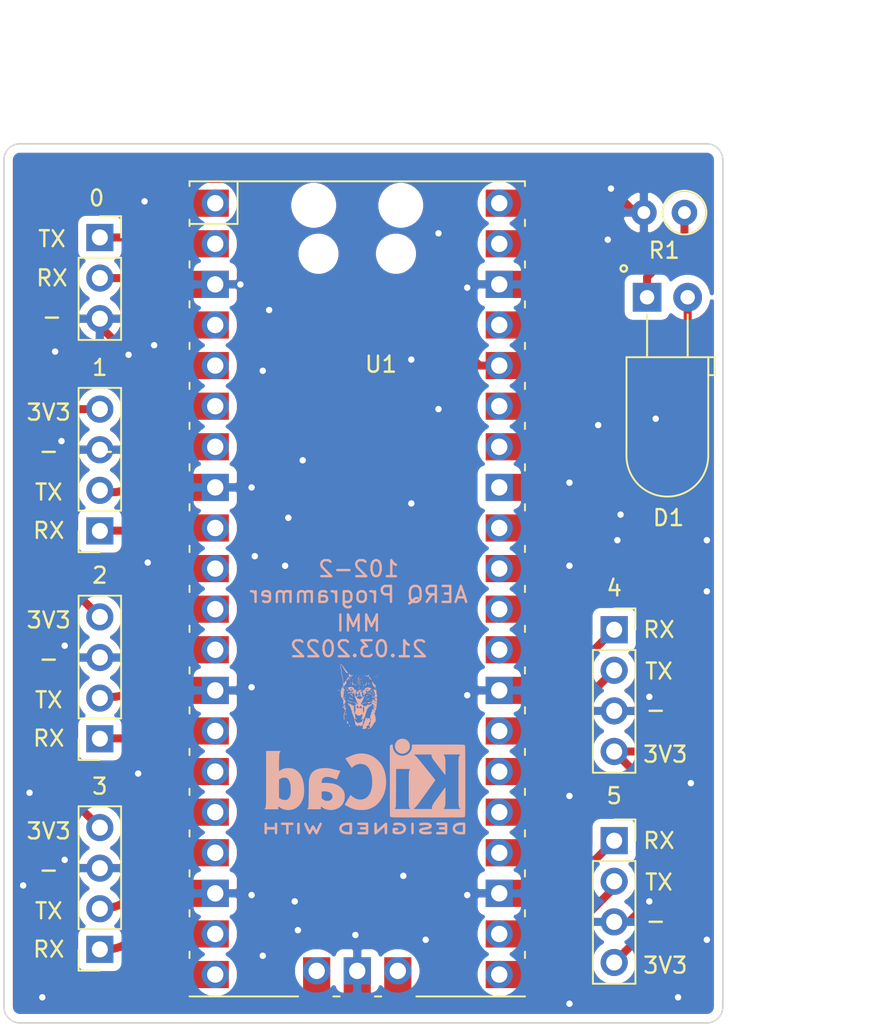
<source format=kicad_pcb>
(kicad_pcb (version 20171130) (host pcbnew "(5.1.10)-1")
  (layers (0 F.Cu signal) (31 B.Cu signal) (34 B.Paste user) (35 F.Paste user) (36 B.SilkS user) (37 F.SilkS user) (38 B.Mask user) (39 F.Mask user) (44 Edge.Cuts user))
  (net 0 "")
  (net 1 "Net-(D1-Pad1)")
  (net 2 GND)
  (net 3 UART0_RX)
  (net 4 UART0_TX)
  (net 5 UART1_TX)
  (net 6 UART1_RX)
  (net 7 "Net-(U1-Pad4)")
  (net 8 "Net-(U1-Pad5)")
  (net 9 "Net-(U1-Pad10)")
  (net 10 "Net-(U1-Pad14)")
  (net 11 "Net-(U1-Pad15)")
  (net 12 "Net-(U1-Pad19)")
  (net 13 "Net-(U1-Pad20)")
  (net 14 "Net-(U1-Pad24)")
  (net 15 "Net-(U1-Pad25)")
  (net 16 "Net-(U1-Pad30)")
  (net 17 "Net-(U1-Pad31)")
  (net 18 "Net-(U1-Pad32)")
  (net 19 "Net-(U1-Pad33)")
  (net 20 "Net-(U1-Pad34)")
  (net 21 "Net-(U1-Pad35)")
  (net 22 "Net-(U1-Pad37)")
  (net 23 "Net-(U1-Pad39)")
  (net 24 "Net-(U1-Pad40)")
  (net 25 "Net-(U1-Pad41)")
  (net 26 "Net-(U1-Pad43)")
  (net 27 "Net-(U1-Pad9)")
  (net 28 +3V3)
  (net 29 "Net-(U1-Pad29)")
  (net 30 UART2_TX)
  (net 31 UART2_RX)
  (net 32 UART3_TX)
  (net 33 UART3_RX)
  (net 34 UART4_TX)
  (net 35 UART4_RX)
  (net 36 UART5_TX)
  (net 37 UART5_RX)
  (module Linx:logo (layer B.Cu) (at 148.2 104.6 180)
    (fp_text reference G*** hide)
    (fp_text value LOGO hide)
  )
  (module Connector_PinSocket_2.54mm:PinSocket_1x04_P2.54mm_Vertical (layer F.Cu) (at 132 120.4 180)
    (fp_text reference UART3 hide)
    (fp_text value Conn_01x04_Female)
    (pad 4 thru_hole oval (at 0 7.62 180) (size 1.7 1.7) (drill 1) (layers *.Cu *.Mask) (net 28 +3V3))
    (pad 3 thru_hole oval (at 0 5.08 180) (size 1.7 1.7) (drill 1) (layers *.Cu *.Mask) (net 2 GND))
    (pad 2 thru_hole oval (at 0 2.54 180) (size 1.7 1.7) (drill 1) (layers *.Cu *.Mask) (net 32 UART3_TX))
    (pad 1 thru_hole rect (at 0 0 180) (size 1.7 1.7) (drill 1) (layers *.Cu *.Mask) (net 33 UART3_RX))
  )
  (module Symbol:KiCad-Logo2_5mm_SilkScreen (layer B.Cu) (at 148.6 110.2 180)
    (fp_text reference REF** hide)
    (fp_text value KiCad-Logo2_5mm_SilkScreen hide)
  )
  (module Resistor_THT:R_Axial_DIN0207_L6.3mm_D2.5mm_P2.54mm_Vertical (layer F.Cu) (at 168.6 74.3 180)
    (fp_text reference R1 (at 1.27 -2.37) (layer F.SilkS))
    (fp_text value R_Small)
    (pad 2 thru_hole oval (at 2.54 0 180) (size 1.6 1.6) (drill 0.8) (layers *.Cu *.Mask) (net 2 GND))
    (pad 1 thru_hole circle (at 0 0 180) (size 1.6 1.6) (drill 0.8) (layers *.Cu *.Mask) (net 1 "Net-(D1-Pad1)"))
  )
  (module Connector_PinSocket_2.54mm:PinSocket_1x04_P2.54mm_Vertical (layer F.Cu) (at 164.2 100.4)
    (fp_text reference UART5 hide)
    (fp_text value Conn_01x04_Female)
    (pad 4 thru_hole oval (at 0 7.62) (size 1.7 1.7) (drill 1) (layers *.Cu *.Mask) (net 28 +3V3))
    (pad 3 thru_hole oval (at 0 5.08) (size 1.7 1.7) (drill 1) (layers *.Cu *.Mask) (net 2 GND))
    (pad 2 thru_hole oval (at 0 2.54) (size 1.7 1.7) (drill 1) (layers *.Cu *.Mask) (net 36 UART5_TX))
    (pad 1 thru_hole rect (at 0 0) (size 1.7 1.7) (drill 1) (layers *.Cu *.Mask) (net 37 UART5_RX))
  )
  (module Connector_PinSocket_2.54mm:PinSocket_1x04_P2.54mm_Vertical (layer F.Cu) (at 164.2 113.6)
    (fp_text reference UART4 hide)
    (fp_text value Conn_01x04_Female)
    (pad 4 thru_hole oval (at 0 7.62) (size 1.7 1.7) (drill 1) (layers *.Cu *.Mask) (net 28 +3V3))
    (pad 3 thru_hole oval (at 0 5.08) (size 1.7 1.7) (drill 1) (layers *.Cu *.Mask) (net 2 GND))
    (pad 2 thru_hole oval (at 0 2.54) (size 1.7 1.7) (drill 1) (layers *.Cu *.Mask) (net 34 UART4_TX))
    (pad 1 thru_hole rect (at 0 0) (size 1.7 1.7) (drill 1) (layers *.Cu *.Mask) (net 35 UART4_RX))
  )
  (module Connector_PinSocket_2.54mm:PinSocket_1x04_P2.54mm_Vertical (layer F.Cu) (at 132 107.22 180)
    (fp_text reference UART2 hide)
    (fp_text value Conn_01x04_Female)
    (pad 4 thru_hole oval (at 0 7.62 180) (size 1.7 1.7) (drill 1) (layers *.Cu *.Mask) (net 28 +3V3))
    (pad 3 thru_hole oval (at 0 5.08 180) (size 1.7 1.7) (drill 1) (layers *.Cu *.Mask) (net 2 GND))
    (pad 2 thru_hole oval (at 0 2.54 180) (size 1.7 1.7) (drill 1) (layers *.Cu *.Mask) (net 30 UART2_TX))
    (pad 1 thru_hole rect (at 0 0 180) (size 1.7 1.7) (drill 1) (layers *.Cu *.Mask) (net 31 UART2_RX))
  )
  (module Connector_PinSocket_2.54mm:PinSocket_1x04_P2.54mm_Vertical (layer F.Cu) (at 132 94.22 180)
    (fp_text reference UART1 hide)
    (fp_text value Conn_01x04_Female)
    (pad 4 thru_hole oval (at 0 7.62 180) (size 1.7 1.7) (drill 1) (layers *.Cu *.Mask) (net 28 +3V3))
    (pad 3 thru_hole oval (at 0 5.08 180) (size 1.7 1.7) (drill 1) (layers *.Cu *.Mask) (net 2 GND))
    (pad 2 thru_hole oval (at 0 2.54 180) (size 1.7 1.7) (drill 1) (layers *.Cu *.Mask) (net 5 UART1_TX))
    (pad 1 thru_hole rect (at 0 0 180) (size 1.7 1.7) (drill 1) (layers *.Cu *.Mask) (net 6 UART1_RX))
  )
  (module mmilibrary:RPi_Pico_SMD_TH (layer F.Cu) (at 148.114999 97.845)
    (fp_text reference U1 (at 1.485001 -14.045) (layer F.SilkS))
    (fp_text value Pico)
    (pad 1 thru_hole oval (at -8.89 -24.13) (size 1.7 1.7) (drill 1.02) (layers *.Cu *.Mask) (net 4 UART0_TX))
    (pad 2 thru_hole oval (at -8.89 -21.59) (size 1.7 1.7) (drill 1.02) (layers *.Cu *.Mask) (net 3 UART0_RX))
    (pad 3 thru_hole rect (at -8.89 -19.05) (size 1.7 1.7) (drill 1.02) (layers *.Cu *.Mask) (net 2 GND))
    (pad 4 thru_hole oval (at -8.89 -16.51) (size 1.7 1.7) (drill 1.02) (layers *.Cu *.Mask) (net 7 "Net-(U1-Pad4)"))
    (pad 5 thru_hole oval (at -8.89 -13.97) (size 1.7 1.7) (drill 1.02) (layers *.Cu *.Mask) (net 8 "Net-(U1-Pad5)"))
    (pad 6 thru_hole oval (at -8.89 -11.43) (size 1.7 1.7) (drill 1.02) (layers *.Cu *.Mask) (net 5 UART1_TX))
    (pad 7 thru_hole oval (at -8.89 -8.89) (size 1.7 1.7) (drill 1.02) (layers *.Cu *.Mask) (net 6 UART1_RX))
    (pad 8 thru_hole rect (at -8.89 -6.35) (size 1.7 1.7) (drill 1.02) (layers *.Cu *.Mask) (net 2 GND))
    (pad 9 thru_hole oval (at -8.89 -3.81) (size 1.7 1.7) (drill 1.02) (layers *.Cu *.Mask) (net 27 "Net-(U1-Pad9)"))
    (pad 10 thru_hole oval (at -8.89 -1.27) (size 1.7 1.7) (drill 1.02) (layers *.Cu *.Mask) (net 9 "Net-(U1-Pad10)"))
    (pad 11 thru_hole oval (at -8.89 1.27) (size 1.7 1.7) (drill 1.02) (layers *.Cu *.Mask) (net 30 UART2_TX))
    (pad 12 thru_hole oval (at -8.89 3.81) (size 1.7 1.7) (drill 1.02) (layers *.Cu *.Mask) (net 31 UART2_RX))
    (pad 13 thru_hole rect (at -8.89 6.35) (size 1.7 1.7) (drill 1.02) (layers *.Cu *.Mask) (net 2 GND))
    (pad 14 thru_hole oval (at -8.89 8.89) (size 1.7 1.7) (drill 1.02) (layers *.Cu *.Mask) (net 10 "Net-(U1-Pad14)"))
    (pad 15 thru_hole oval (at -8.89 11.43) (size 1.7 1.7) (drill 1.02) (layers *.Cu *.Mask) (net 11 "Net-(U1-Pad15)"))
    (pad 16 thru_hole oval (at -8.89 13.97) (size 1.7 1.7) (drill 1.02) (layers *.Cu *.Mask) (net 32 UART3_TX))
    (pad 17 thru_hole oval (at -8.89 16.51) (size 1.7 1.7) (drill 1.02) (layers *.Cu *.Mask) (net 33 UART3_RX))
    (pad 18 thru_hole rect (at -8.89 19.05) (size 1.7 1.7) (drill 1.02) (layers *.Cu *.Mask) (net 2 GND))
    (pad 19 thru_hole oval (at -8.89 21.59) (size 1.7 1.7) (drill 1.02) (layers *.Cu *.Mask) (net 12 "Net-(U1-Pad19)"))
    (pad 20 thru_hole oval (at -8.89 24.13) (size 1.7 1.7) (drill 1.02) (layers *.Cu *.Mask) (net 13 "Net-(U1-Pad20)"))
    (pad 21 thru_hole oval (at 8.89 24.13) (size 1.7 1.7) (drill 1.02) (layers *.Cu *.Mask) (net 34 UART4_TX))
    (pad 22 thru_hole oval (at 8.89 21.59) (size 1.7 1.7) (drill 1.02) (layers *.Cu *.Mask) (net 35 UART4_RX))
    (pad 23 thru_hole rect (at 8.89 19.05) (size 1.7 1.7) (drill 1.02) (layers *.Cu *.Mask) (net 2 GND))
    (pad 24 thru_hole oval (at 8.89 16.51) (size 1.7 1.7) (drill 1.02) (layers *.Cu *.Mask) (net 14 "Net-(U1-Pad24)"))
    (pad 25 thru_hole oval (at 8.89 13.97) (size 1.7 1.7) (drill 1.02) (layers *.Cu *.Mask) (net 15 "Net-(U1-Pad25)"))
    (pad 26 thru_hole oval (at 8.89 11.43) (size 1.7 1.7) (drill 1.02) (layers *.Cu *.Mask) (net 36 UART5_TX))
    (pad 27 thru_hole oval (at 8.89 8.89) (size 1.7 1.7) (drill 1.02) (layers *.Cu *.Mask) (net 37 UART5_RX))
    (pad 28 thru_hole rect (at 8.89 6.35) (size 1.7 1.7) (drill 1.02) (layers *.Cu *.Mask) (net 2 GND))
    (pad 29 thru_hole oval (at 8.89 3.81) (size 1.7 1.7) (drill 1.02) (layers *.Cu *.Mask) (net 29 "Net-(U1-Pad29)"))
    (pad 30 thru_hole oval (at 8.89 1.27) (size 1.7 1.7) (drill 1.02) (layers *.Cu *.Mask) (net 16 "Net-(U1-Pad30)"))
    (pad 31 thru_hole oval (at 8.89 -1.27) (size 1.7 1.7) (drill 1.02) (layers *.Cu *.Mask) (net 17 "Net-(U1-Pad31)"))
    (pad 32 thru_hole oval (at 8.89 -3.81) (size 1.7 1.7) (drill 1.02) (layers *.Cu *.Mask) (net 18 "Net-(U1-Pad32)"))
    (pad 33 thru_hole rect (at 8.89 -6.35) (size 1.7 1.7) (drill 1.02) (layers *.Cu *.Mask) (net 19 "Net-(U1-Pad33)"))
    (pad 34 thru_hole oval (at 8.89 -8.89) (size 1.7 1.7) (drill 1.02) (layers *.Cu *.Mask) (net 20 "Net-(U1-Pad34)"))
    (pad 35 thru_hole oval (at 8.89 -11.43) (size 1.7 1.7) (drill 1.02) (layers *.Cu *.Mask) (net 21 "Net-(U1-Pad35)"))
    (pad 36 thru_hole oval (at 8.89 -13.97) (size 1.7 1.7) (drill 1.02) (layers *.Cu *.Mask) (net 28 +3V3))
    (pad 37 thru_hole oval (at 8.89 -16.51) (size 1.7 1.7) (drill 1.02) (layers *.Cu *.Mask) (net 22 "Net-(U1-Pad37)"))
    (pad 38 thru_hole rect (at 8.89 -19.05) (size 1.7 1.7) (drill 1.02) (layers *.Cu *.Mask) (net 2 GND))
    (pad 39 thru_hole oval (at 8.89 -21.59) (size 1.7 1.7) (drill 1.02) (layers *.Cu *.Mask) (net 23 "Net-(U1-Pad39)"))
    (pad 40 thru_hole oval (at 8.89 -24.13) (size 1.7 1.7) (drill 1.02) (layers *.Cu *.Mask) (net 24 "Net-(U1-Pad40)"))
    (pad 1 smd rect (at -8.89 -24.13) (size 3.5 1.7) (drill (offset -0.9 0)) (layers F.Cu F.Mask) (net 4 UART0_TX))
    (pad 2 smd rect (at -8.89 -21.59) (size 3.5 1.7) (drill (offset -0.9 0)) (layers F.Cu F.Mask) (net 3 UART0_RX))
    (pad 3 smd rect (at -8.89 -19.05) (size 3.5 1.7) (drill (offset -0.9 0)) (layers F.Cu F.Mask) (net 2 GND))
    (pad 4 smd rect (at -8.89 -16.51) (size 3.5 1.7) (drill (offset -0.9 0)) (layers F.Cu F.Mask) (net 7 "Net-(U1-Pad4)"))
    (pad 5 smd rect (at -8.89 -13.97) (size 3.5 1.7) (drill (offset -0.9 0)) (layers F.Cu F.Mask) (net 8 "Net-(U1-Pad5)"))
    (pad 6 smd rect (at -8.89 -11.43) (size 3.5 1.7) (drill (offset -0.9 0)) (layers F.Cu F.Mask) (net 5 UART1_TX))
    (pad 7 smd rect (at -8.89 -8.89) (size 3.5 1.7) (drill (offset -0.9 0)) (layers F.Cu F.Mask) (net 6 UART1_RX))
    (pad 8 smd rect (at -8.89 -6.35) (size 3.5 1.7) (drill (offset -0.9 0)) (layers F.Cu F.Mask) (net 2 GND))
    (pad 9 smd rect (at -8.89 -3.81) (size 3.5 1.7) (drill (offset -0.9 0)) (layers F.Cu F.Mask) (net 27 "Net-(U1-Pad9)"))
    (pad 10 smd rect (at -8.89 -1.27) (size 3.5 1.7) (drill (offset -0.9 0)) (layers F.Cu F.Mask) (net 9 "Net-(U1-Pad10)"))
    (pad 11 smd rect (at -8.89 1.27) (size 3.5 1.7) (drill (offset -0.9 0)) (layers F.Cu F.Mask) (net 30 UART2_TX))
    (pad 12 smd rect (at -8.89 3.81) (size 3.5 1.7) (drill (offset -0.9 0)) (layers F.Cu F.Mask) (net 31 UART2_RX))
    (pad 13 smd rect (at -8.89 6.35) (size 3.5 1.7) (drill (offset -0.9 0)) (layers F.Cu F.Mask) (net 2 GND))
    (pad 14 smd rect (at -8.89 8.89) (size 3.5 1.7) (drill (offset -0.9 0)) (layers F.Cu F.Mask) (net 10 "Net-(U1-Pad14)"))
    (pad 15 smd rect (at -8.89 11.43) (size 3.5 1.7) (drill (offset -0.9 0)) (layers F.Cu F.Mask) (net 11 "Net-(U1-Pad15)"))
    (pad 16 smd rect (at -8.89 13.97) (size 3.5 1.7) (drill (offset -0.9 0)) (layers F.Cu F.Mask) (net 32 UART3_TX))
    (pad 17 smd rect (at -8.89 16.51) (size 3.5 1.7) (drill (offset -0.9 0)) (layers F.Cu F.Mask) (net 33 UART3_RX))
    (pad 18 smd rect (at -8.89 19.05) (size 3.5 1.7) (drill (offset -0.9 0)) (layers F.Cu F.Mask) (net 2 GND))
    (pad 19 smd rect (at -8.89 21.59) (size 3.5 1.7) (drill (offset -0.9 0)) (layers F.Cu F.Mask) (net 12 "Net-(U1-Pad19)"))
    (pad 20 smd rect (at -8.89 24.13) (size 3.5 1.7) (drill (offset -0.9 0)) (layers F.Cu F.Mask) (net 13 "Net-(U1-Pad20)"))
    (pad 40 smd rect (at 8.89 -24.13) (size 3.5 1.7) (drill (offset 0.9 0)) (layers F.Cu F.Mask) (net 24 "Net-(U1-Pad40)"))
    (pad 39 smd rect (at 8.89 -21.59) (size 3.5 1.7) (drill (offset 0.9 0)) (layers F.Cu F.Mask) (net 23 "Net-(U1-Pad39)"))
    (pad 38 smd rect (at 8.89 -19.05) (size 3.5 1.7) (drill (offset 0.9 0)) (layers F.Cu F.Mask) (net 2 GND))
    (pad 37 smd rect (at 8.89 -16.51) (size 3.5 1.7) (drill (offset 0.9 0)) (layers F.Cu F.Mask) (net 22 "Net-(U1-Pad37)"))
    (pad 36 smd rect (at 8.89 -13.97) (size 3.5 1.7) (drill (offset 0.9 0)) (layers F.Cu F.Mask) (net 28 +3V3))
    (pad 35 smd rect (at 8.89 -11.43) (size 3.5 1.7) (drill (offset 0.9 0)) (layers F.Cu F.Mask) (net 21 "Net-(U1-Pad35)"))
    (pad 34 smd rect (at 8.89 -8.89) (size 3.5 1.7) (drill (offset 0.9 0)) (layers F.Cu F.Mask) (net 20 "Net-(U1-Pad34)"))
    (pad 33 smd rect (at 8.89 -6.35) (size 3.5 1.7) (drill (offset 0.9 0)) (layers F.Cu F.Mask) (net 19 "Net-(U1-Pad33)"))
    (pad 32 smd rect (at 8.89 -3.81) (size 3.5 1.7) (drill (offset 0.9 0)) (layers F.Cu F.Mask) (net 18 "Net-(U1-Pad32)"))
    (pad 31 smd rect (at 8.89 -1.27) (size 3.5 1.7) (drill (offset 0.9 0)) (layers F.Cu F.Mask) (net 17 "Net-(U1-Pad31)"))
    (pad 30 smd rect (at 8.89 1.27) (size 3.5 1.7) (drill (offset 0.9 0)) (layers F.Cu F.Mask) (net 16 "Net-(U1-Pad30)"))
    (pad 29 smd rect (at 8.89 3.81) (size 3.5 1.7) (drill (offset 0.9 0)) (layers F.Cu F.Mask) (net 29 "Net-(U1-Pad29)"))
    (pad 28 smd rect (at 8.89 6.35) (size 3.5 1.7) (drill (offset 0.9 0)) (layers F.Cu F.Mask) (net 2 GND))
    (pad 27 smd rect (at 8.89 8.89) (size 3.5 1.7) (drill (offset 0.9 0)) (layers F.Cu F.Mask) (net 37 UART5_RX))
    (pad 26 smd rect (at 8.89 11.43) (size 3.5 1.7) (drill (offset 0.9 0)) (layers F.Cu F.Mask) (net 36 UART5_TX))
    (pad 25 smd rect (at 8.89 13.97) (size 3.5 1.7) (drill (offset 0.9 0)) (layers F.Cu F.Mask) (net 15 "Net-(U1-Pad25)"))
    (pad 24 smd rect (at 8.89 16.51) (size 3.5 1.7) (drill (offset 0.9 0)) (layers F.Cu F.Mask) (net 14 "Net-(U1-Pad24)"))
    (pad 23 smd rect (at 8.89 19.05) (size 3.5 1.7) (drill (offset 0.9 0)) (layers F.Cu F.Mask) (net 2 GND))
    (pad 22 smd rect (at 8.89 21.59) (size 3.5 1.7) (drill (offset 0.9 0)) (layers F.Cu F.Mask) (net 35 UART4_RX))
    (pad 21 smd rect (at 8.89 24.13) (size 3.5 1.7) (drill (offset 0.9 0)) (layers F.Cu F.Mask) (net 34 UART4_TX))
    (pad "" np_thru_hole oval (at -2.725 -24) (size 1.8 1.8) (drill 1.8) (layers *.Cu *.Mask))
    (pad "" np_thru_hole oval (at 2.725 -24) (size 1.8 1.8) (drill 1.8) (layers *.Cu *.Mask))
    (pad "" np_thru_hole oval (at -2.425 -20.97) (size 1.5 1.5) (drill 1.5) (layers *.Cu *.Mask))
    (pad "" np_thru_hole oval (at 2.425 -20.97) (size 1.5 1.5) (drill 1.5) (layers *.Cu *.Mask))
    (pad 41 smd rect (at -2.54 23.9 90) (size 3.5 1.7) (drill (offset -0.9 0)) (layers F.Cu F.Mask) (net 25 "Net-(U1-Pad41)"))
    (pad 41 thru_hole oval (at -2.54 23.9) (size 1.7 1.7) (drill 1.02) (layers *.Cu *.Mask) (net 25 "Net-(U1-Pad41)"))
    (pad 42 smd rect (at 0 23.9 90) (size 3.5 1.7) (drill (offset -0.9 0)) (layers F.Cu F.Mask) (net 2 GND))
    (pad 42 thru_hole rect (at 0 23.9) (size 1.7 1.7) (drill 1.02) (layers *.Cu *.Mask) (net 2 GND))
    (pad 43 smd rect (at 2.54 23.9 90) (size 3.5 1.7) (drill (offset -0.9 0)) (layers F.Cu F.Mask) (net 26 "Net-(U1-Pad43)"))
    (pad 43 thru_hole oval (at 2.54 23.9) (size 1.7 1.7) (drill 1.02) (layers *.Cu *.Mask) (net 26 "Net-(U1-Pad43)"))
  )
  (module Connector_PinSocket_2.54mm:PinSocket_1x03_P2.54mm_Vertical (layer F.Cu) (at 132 75.86)
    (fp_text reference UART0 hide)
    (fp_text value Conn_01x03_Female)
    (pad 3 thru_hole oval (at 0 5.08) (size 1.7 1.7) (drill 1) (layers *.Cu *.Mask) (net 2 GND))
    (pad 2 thru_hole oval (at 0 2.54) (size 1.7 1.7) (drill 1) (layers *.Cu *.Mask) (net 3 UART0_RX))
    (pad 1 thru_hole rect (at 0 0) (size 1.7 1.7) (drill 1) (layers *.Cu *.Mask) (net 4 UART0_TX))
  )
  (module LED_THT:LED_D5.0mm_Horizontal_O3.81mm_Z3.0mm (layer F.Cu) (at 166.26 79.6)
    (fp_text reference D1 (at 1.34 13.8 180) (layer F.SilkS))
    (fp_text value LED_Small)
    (pad 2 thru_hole circle (at 2.54 0) (size 1.8 1.8) (drill 0.9) (layers *.Cu *.Mask) (net 28 +3V3))
    (pad 1 thru_hole rect (at 0 0) (size 1.8 1.8) (drill 0.9) (layers *.Cu *.Mask) (net 1 "Net-(D1-Pad1)"))
  )
  (gr_line (start 171 124) (end 171 71) (layer Edge.Cuts) (width 0.1))
  (gr_line (start 170 125) (end 127 125) (layer Edge.Cuts) (width 0.1))
  (gr_line (start 127 70) (end 170 70) (layer Edge.Cuts) (width 0.1))
  (gr_line (start 126 124) (end 126 71) (layer Edge.Cuts) (width 0.1))
  (gr_arc (start 127 124) (end 126 124) (angle -90) (layer Edge.Cuts) (width 0.1))
  (gr_arc (start 170 124) (end 170 125) (angle -90) (layer Edge.Cuts) (width 0.1))
  (gr_arc (start 170 71) (end 171 71) (angle -90) (layer Edge.Cuts) (width 0.1))
  (gr_arc (start 127 71) (end 127 70) (angle -90) (layer Edge.Cuts) (width 0.1))
  (gr_text 5 (at 164.2 110.8) (layer F.SilkS) (effects (font (size 1 1))))
  (gr_text 4 (at 164.2 97.8) (layer F.SilkS) (effects (font (size 1 1))))
  (gr_text 3 (at 132 110.2) (layer F.SilkS) (effects (font (size 1 1))))
  (gr_text 2 (at 132 97) (layer F.SilkS) (effects (font (size 1 1))))
  (gr_text 1 (at 132 84) (layer F.SilkS) (effects (font (size 1 1))))
  (gr_text 0 (at 131.8 73.4) (layer F.SilkS) (effects (font (size 1 1))))
  (gr_text "MMI\n21.03.2022\n" (at 148.2 100.8) (layer B.SilkS) (effects (font (size 1 1)) (justify mirror)))
  (gr_text "102-2\nAERQ Programmer\n" (at 148.2 97.4) (layer B.SilkS) (effects (font (size 1 1)) (justify mirror)))
  (gr_circle (center 164.8 77.8) (end 165 77.8) (layer F.SilkS) (width 0.15))
  (gr_text RX (at 167 100.4) (layer F.SilkS) (effects (font (size 1 1))))
  (gr_text TX (at 167 103) (layer F.SilkS) (effects (font (size 1 1))))
  (gr_text 3V3 (at 167.4 108.2) (layer F.SilkS) (effects (font (size 1 1))))
  (gr_text - (at 166.8 105.4) (layer F.SilkS) (effects (font (size 1 1))))
  (gr_text - (at 166.8 118.6) (layer F.SilkS) (effects (font (size 1 1))))
  (gr_text RX (at 167 113.6) (layer F.SilkS) (effects (font (size 1 1))))
  (gr_text TX (at 167 116.2) (layer F.SilkS) (effects (font (size 1 1))))
  (gr_text 3V3 (at 167.4 121.4) (layer F.SilkS) (effects (font (size 1 1))))
  (gr_text - (at 128.8 115.4) (layer F.SilkS) (effects (font (size 1 1))))
  (gr_text RX (at 128.8 120.4) (layer F.SilkS) (effects (font (size 1 1))))
  (gr_text TX (at 128.8 118) (layer F.SilkS) (effects (font (size 1 1))))
  (gr_text 3V3 (at 128.8 113) (layer F.SilkS) (effects (font (size 1 1))))
  (gr_text - (at 128.8 102.2) (layer F.SilkS) (effects (font (size 1 1))))
  (gr_text RX (at 128.8 107.2) (layer F.SilkS) (effects (font (size 1 1))))
  (gr_text TX (at 128.8 104.8) (layer F.SilkS) (effects (font (size 1 1))))
  (gr_text 3V3 (at 128.8 99.8) (layer F.SilkS) (effects (font (size 1 1))))
  (gr_text - (at 128.8 89.2) (layer F.SilkS) (effects (font (size 1 1))))
  (gr_text RX (at 128.8 94.2) (layer F.SilkS) (effects (font (size 1 1))))
  (gr_text TX (at 128.8 91.8) (layer F.SilkS) (effects (font (size 1 1))))
  (gr_text RX (at 129 78.4) (layer F.SilkS) (effects (font (size 1 1))))
  (gr_text - (at 129 80.8) (layer F.SilkS) (effects (font (size 1 1))))
  (gr_text - (at 132.3 89.2) (layer F.SilkS) (effects (font (size 1 1))))
  (gr_text 3V3 (at 128.8 86.8) (layer F.SilkS) (effects (font (size 1 1))))
  (gr_text TX (at 129 75.95) (layer F.SilkS) (effects (font (size 1 1))))
  (segment (start 166.26 79.6) (end 166.26 78.34) (width 0.5) (layer F.Cu) (net 1))
  (segment (start 168.6 76) (end 168.6 74.3) (width 0.5) (layer F.Cu) (net 1))
  (segment (start 166.26 78.34) (end 168.6 76) (width 0.5) (layer F.Cu) (net 1))
  (via (at 141.5 91.5) (size 0.8) (drill 0.4) (layers F.Cu B.Cu) (net 2))
  (via (at 141.5 117) (size 0.8) (drill 0.4) (layers F.Cu B.Cu) (net 2))
  (via (at 148 119.5) (size 0.8) (drill 0.4) (layers F.Cu B.Cu) (net 2))
  (via (at 155 117) (size 0.8) (drill 0.4) (layers F.Cu B.Cu) (net 2))
  (via (at 155 104.5) (size 0.8) (drill 0.4) (layers F.Cu B.Cu) (net 2))
  (via (at 155 79) (size 0.8) (drill 0.4) (layers F.Cu B.Cu) (net 2))
  (segment (start 155.205 78.795) (end 155 79) (width 0.5) (layer F.Cu) (net 2))
  (segment (start 157.004999 78.795) (end 155.205 78.795) (width 0.5) (layer F.Cu) (net 2))
  (segment (start 141.495 91.495) (end 141.5 91.5) (width 0.5) (layer F.Cu) (net 2))
  (segment (start 139.224999 91.495) (end 141.495 91.495) (width 0.5) (layer F.Cu) (net 2))
  (via (at 141.5 104) (size 0.8) (drill 0.4) (layers F.Cu B.Cu) (net 2))
  (segment (start 141.305 104.195) (end 141.5 104) (width 0.5) (layer F.Cu) (net 2))
  (segment (start 139.224999 104.195) (end 141.305 104.195) (width 0.5) (layer F.Cu) (net 2))
  (segment (start 141.395 116.895) (end 141.5 117) (width 0.5) (layer F.Cu) (net 2))
  (segment (start 139.224999 116.895) (end 141.395 116.895) (width 0.5) (layer F.Cu) (net 2))
  (segment (start 148.114999 119.614999) (end 148 119.5) (width 0.5) (layer F.Cu) (net 2))
  (segment (start 148.114999 121.745) (end 148.114999 119.614999) (width 0.5) (layer F.Cu) (net 2))
  (segment (start 155.105 116.895) (end 155 117) (width 0.5) (layer F.Cu) (net 2))
  (segment (start 157.004999 116.895) (end 155.105 116.895) (width 0.5) (layer F.Cu) (net 2))
  (segment (start 155.305 104.195) (end 155 104.5) (width 0.5) (layer F.Cu) (net 2))
  (segment (start 157.004999 104.195) (end 155.305 104.195) (width 0.5) (layer F.Cu) (net 2))
  (via (at 140.8 78.8) (size 0.8) (drill 0.4) (layers F.Cu B.Cu) (net 2))
  (via (at 153.2 86.6) (size 0.8) (drill 0.4) (layers F.Cu B.Cu) (net 2))
  (via (at 152.4 119.8) (size 0.8) (drill 0.4) (layers F.Cu B.Cu) (net 2))
  (via (at 141.7 95.8) (size 0.8) (drill 0.4) (layers F.Cu B.Cu) (net 2))
  (via (at 153.2 75.6) (size 0.8) (drill 0.4) (layers F.Cu B.Cu) (net 2))
  (via (at 144.2 117.4) (size 0.8) (drill 0.4) (layers F.Cu B.Cu) (net 2))
  (via (at 142.2 120.8) (size 0.8) (drill 0.4) (layers F.Cu B.Cu) (net 2))
  (via (at 151.5 83.5) (size 0.8) (drill 0.4) (layers F.Cu B.Cu) (net 2))
  (via (at 151.5 92.5) (size 0.8) (drill 0.4) (layers F.Cu B.Cu) (net 2))
  (via (at 143.8 93.4) (size 0.8) (drill 0.4) (layers F.Cu B.Cu) (net 2))
  (via (at 142.2 84.2) (size 0.8) (drill 0.4) (layers F.Cu B.Cu) (net 2))
  (via (at 144.4 119.2) (size 0.8) (drill 0.4) (layers F.Cu B.Cu) (net 2))
  (via (at 151 115.8) (size 0.8) (drill 0.4) (layers F.Cu B.Cu) (net 2))
  (segment (start 140.795 78.795) (end 140.8 78.8) (width 0.5) (layer F.Cu) (net 2))
  (segment (start 139.224999 78.795) (end 140.795 78.795) (width 0.5) (layer F.Cu) (net 2))
  (via (at 144.7 89.8) (size 0.8) (drill 0.4) (layers F.Cu B.Cu) (net 2))
  (via (at 143.6 96.4) (size 0.8) (drill 0.4) (layers F.Cu B.Cu) (net 2))
  (via (at 166.4 104.6) (size 0.8) (drill 0.4) (layers F.Cu B.Cu) (net 2))
  (segment (start 165.52 105.48) (end 166.4 104.6) (width 0.5) (layer F.Cu) (net 2))
  (segment (start 164.2 105.48) (end 165.52 105.48) (width 0.5) (layer F.Cu) (net 2))
  (via (at 166.4 117.4) (size 0.8) (drill 0.4) (layers F.Cu B.Cu) (net 2))
  (segment (start 165.12 118.68) (end 166.4 117.4) (width 0.5) (layer F.Cu) (net 2))
  (segment (start 164.2 118.68) (end 165.12 118.68) (width 0.5) (layer F.Cu) (net 2))
  (via (at 129.8 114.8) (size 0.8) (drill 0.4) (layers F.Cu B.Cu) (net 2))
  (segment (start 130.32 115.32) (end 129.8 114.8) (width 0.5) (layer F.Cu) (net 2))
  (segment (start 132 115.32) (end 130.32 115.32) (width 0.5) (layer F.Cu) (net 2))
  (via (at 129.8 101.4) (size 0.8) (drill 0.4) (layers F.Cu B.Cu) (net 2))
  (segment (start 130.54 102.14) (end 129.8 101.4) (width 0.5) (layer F.Cu) (net 2))
  (segment (start 132 102.14) (end 130.54 102.14) (width 0.5) (layer F.Cu) (net 2))
  (via (at 129.6 88.6) (size 0.8) (drill 0.4) (layers F.Cu B.Cu) (net 2))
  (segment (start 130.14 89.14) (end 129.6 88.6) (width 0.5) (layer F.Cu) (net 2))
  (segment (start 132 89.14) (end 130.14 89.14) (width 0.5) (layer F.Cu) (net 2))
  (via (at 133.8 83.2) (size 0.8) (drill 0.4) (layers F.Cu B.Cu) (net 2))
  (via (at 164.4 94.8) (size 0.8) (drill 0.4) (layers F.Cu B.Cu) (net 2))
  (via (at 170 94.8) (size 0.8) (drill 0.4) (layers F.Cu B.Cu) (net 2))
  (via (at 170 98) (size 0.8) (drill 0.4) (layers F.Cu B.Cu) (net 2))
  (via (at 169 110) (size 0.8) (drill 0.4) (layers F.Cu B.Cu) (net 2))
  (via (at 170 119.8) (size 0.8) (drill 0.4) (layers F.Cu B.Cu) (net 2))
  (via (at 127.6 110.6) (size 0.8) (drill 0.4) (layers F.Cu B.Cu) (net 2))
  (via (at 129.2 83) (size 0.8) (drill 0.4) (layers F.Cu B.Cu) (net 2))
  (via (at 142.6 80.4) (size 0.8) (drill 0.4) (layers F.Cu B.Cu) (net 2))
  (via (at 163.2 87.6) (size 0.8) (drill 0.4) (layers F.Cu B.Cu) (net 2))
  (via (at 166.8 87.2) (size 0.8) (drill 0.4) (layers F.Cu B.Cu) (net 2))
  (via (at 163.8 76) (size 0.8) (drill 0.4) (layers F.Cu B.Cu) (net 2))
  (via (at 164 72.8) (size 0.8) (drill 0.4) (layers F.Cu B.Cu) (net 2))
  (segment (start 165.5 74.3) (end 164 72.8) (width 0.5) (layer F.Cu) (net 2))
  (segment (start 166.06 74.3) (end 165.5 74.3) (width 0.5) (layer F.Cu) (net 2))
  (via (at 168.2 123.4) (size 0.8) (drill 0.4) (layers F.Cu B.Cu) (net 2))
  (via (at 161.4 123.8) (size 0.8) (drill 0.4) (layers F.Cu B.Cu) (net 2))
  (via (at 161.4 110.8) (size 0.8) (drill 0.4) (layers F.Cu B.Cu) (net 2))
  (via (at 161.4 96.4) (size 0.8) (drill 0.4) (layers F.Cu B.Cu) (net 2))
  (via (at 161.4 91.2) (size 0.8) (drill 0.4) (layers F.Cu B.Cu) (net 2))
  (via (at 135 96.2) (size 0.8) (drill 0.4) (layers F.Cu B.Cu) (net 2))
  (via (at 135.4 82.6) (size 0.8) (drill 0.4) (layers F.Cu B.Cu) (net 2))
  (via (at 134.8 73.6) (size 0.8) (drill 0.4) (layers F.Cu B.Cu) (net 2))
  (via (at 134.4 109.4) (size 0.8) (drill 0.4) (layers F.Cu B.Cu) (net 2))
  (via (at 127.2 116.4) (size 0.8) (drill 0.4) (layers F.Cu B.Cu) (net 2))
  (via (at 164.6 93.2) (size 0.8) (drill 0.4) (layers F.Cu B.Cu) (net 2))
  (segment (start 132 81.4) (end 133.8 83.2) (width 0.5) (layer F.Cu) (net 2))
  (segment (start 132 80.94) (end 132 81.4) (width 0.5) (layer F.Cu) (net 2))
  (via (at 128.4 123.4) (size 0.8) (drill 0.4) (layers F.Cu B.Cu) (net 2))
  (segment (start 135.309997 78.4) (end 132 78.4) (width 0.5) (layer F.Cu) (net 3))
  (segment (start 137.454997 76.255) (end 135.309997 78.4) (width 0.5) (layer F.Cu) (net 3))
  (segment (start 139.224999 76.255) (end 137.454997 76.255) (width 0.5) (layer F.Cu) (net 3))
  (segment (start 139.224999 73.715) (end 137.285 73.715) (width 0.5) (layer F.Cu) (net 4))
  (segment (start 135.14 75.86) (end 132 75.86) (width 0.5) (layer F.Cu) (net 4))
  (segment (start 137.285 73.715) (end 135.14 75.86) (width 0.5) (layer F.Cu) (net 4))
  (segment (start 132.189997 91.68) (end 132 91.68) (width 0.5) (layer F.Cu) (net 5))
  (segment (start 138.454997 86.415) (end 138.336537 86.417907) (width 0.5) (layer F.Cu) (net 5))
  (segment (start 139.039999 86.6) (end 139.224999 86.415) (width 0.5) (layer F.Cu) (net 5))
  (segment (start 134.790369 89.996034) (end 134.8 89.8) (width 0.5) (layer F.Cu) (net 5))
  (segment (start 134.76157 90.19018) (end 134.790369 89.996034) (width 0.5) (layer F.Cu) (net 5))
  (segment (start 134.71388 90.380569) (end 134.76157 90.19018) (width 0.5) (layer F.Cu) (net 5))
  (segment (start 134.647759 90.565366) (end 134.71388 90.380569) (width 0.5) (layer F.Cu) (net 5))
  (segment (start 134.563842 90.742793) (end 134.647759 90.565366) (width 0.5) (layer F.Cu) (net 5))
  (segment (start 132.12 91.8) (end 132.8 91.8) (width 0.5) (layer F.Cu) (net 5))
  (segment (start 134.214213 91.214213) (end 134.34602 91.068786) (width 0.5) (layer F.Cu) (net 5))
  (segment (start 132.996034 91.790369) (end 133.19018 91.76157) (width 0.5) (layer F.Cu) (net 5))
  (segment (start 133.19018 91.76157) (end 133.380569 91.71388) (width 0.5) (layer F.Cu) (net 5))
  (segment (start 133.742793 91.563842) (end 133.91114 91.462939) (width 0.5) (layer F.Cu) (net 5))
  (segment (start 132.8 91.8) (end 132.996034 91.790369) (width 0.5) (layer F.Cu) (net 5))
  (segment (start 133.91114 91.462939) (end 134.068786 91.34602) (width 0.5) (layer F.Cu) (net 5))
  (segment (start 133.380569 91.71388) (end 133.565366 91.647759) (width 0.5) (layer F.Cu) (net 5))
  (segment (start 133.565366 91.647759) (end 133.742793 91.563842) (width 0.5) (layer F.Cu) (net 5))
  (segment (start 134.068786 91.34602) (end 134.214213 91.214213) (width 0.5) (layer F.Cu) (net 5))
  (segment (start 132 91.68) (end 132.12 91.8) (width 0.5) (layer F.Cu) (net 5))
  (segment (start 134.34602 91.068786) (end 134.462939 90.91114) (width 0.5) (layer F.Cu) (net 5))
  (segment (start 134.462939 90.91114) (end 134.563842 90.742793) (width 0.5) (layer F.Cu) (net 5))
  (segment (start 136.8 86.6) (end 139.039999 86.6) (width 0.5) (layer F.Cu) (net 5))
  (segment (start 136.8 86.6) (end 136.603965 86.60963) (width 0.5) (layer F.Cu) (net 5))
  (segment (start 136.603965 86.60963) (end 136.409819 86.638429) (width 0.5) (layer F.Cu) (net 5))
  (segment (start 136.409819 86.638429) (end 136.21943 86.686119) (width 0.5) (layer F.Cu) (net 5))
  (segment (start 136.21943 86.686119) (end 136.034633 86.75224) (width 0.5) (layer F.Cu) (net 5))
  (segment (start 136.034633 86.75224) (end 135.857206 86.836157) (width 0.5) (layer F.Cu) (net 5))
  (segment (start 135.857206 86.836157) (end 135.688859 86.93706) (width 0.5) (layer F.Cu) (net 5))
  (segment (start 135.688859 86.93706) (end 135.531213 87.053979) (width 0.5) (layer F.Cu) (net 5))
  (segment (start 135.531213 87.053979) (end 135.385786 87.185786) (width 0.5) (layer F.Cu) (net 5))
  (segment (start 135.385786 87.185786) (end 135.253979 87.331213) (width 0.5) (layer F.Cu) (net 5))
  (segment (start 135.253979 87.331213) (end 135.13706 87.488859) (width 0.5) (layer F.Cu) (net 5))
  (segment (start 135.13706 87.488859) (end 135.036157 87.657206) (width 0.5) (layer F.Cu) (net 5))
  (segment (start 135.036157 87.657206) (end 134.95224 87.834633) (width 0.5) (layer F.Cu) (net 5))
  (segment (start 134.95224 87.834633) (end 134.886119 88.01943) (width 0.5) (layer F.Cu) (net 5))
  (segment (start 134.886119 88.01943) (end 134.838429 88.209819) (width 0.5) (layer F.Cu) (net 5))
  (segment (start 134.838429 88.209819) (end 134.80963 88.403965) (width 0.5) (layer F.Cu) (net 5))
  (segment (start 134.80963 88.403965) (end 134.8 88.6) (width 0.5) (layer F.Cu) (net 5))
  (segment (start 134.8 88.6) (end 134.8 89.8) (width 0.5) (layer F.Cu) (net 5))
  (segment (start 138.979999 89.2) (end 139.224999 88.955) (width 0.5) (layer F.Cu) (net 6))
  (segment (start 132.02 94.2) (end 132 94.22) (width 0.5) (layer F.Cu) (net 6))
  (segment (start 135.6 92.2) (end 135.590369 92.396034) (width 0.5) (layer F.Cu) (net 6))
  (segment (start 135.590369 92.396034) (end 135.56157 92.59018) (width 0.5) (layer F.Cu) (net 6))
  (segment (start 135.56157 92.59018) (end 135.51388 92.780569) (width 0.5) (layer F.Cu) (net 6))
  (segment (start 135.51388 92.780569) (end 135.447759 92.965366) (width 0.5) (layer F.Cu) (net 6))
  (segment (start 135.447759 92.965366) (end 135.363842 93.142793) (width 0.5) (layer F.Cu) (net 6))
  (segment (start 135.363842 93.142793) (end 135.262939 93.31114) (width 0.5) (layer F.Cu) (net 6))
  (segment (start 135.262939 93.31114) (end 135.14602 93.468786) (width 0.5) (layer F.Cu) (net 6))
  (segment (start 135.14602 93.468786) (end 135.014213 93.614213) (width 0.5) (layer F.Cu) (net 6))
  (segment (start 135.014213 93.614213) (end 134.868786 93.74602) (width 0.5) (layer F.Cu) (net 6))
  (segment (start 134.868786 93.74602) (end 134.71114 93.862939) (width 0.5) (layer F.Cu) (net 6))
  (segment (start 134.71114 93.862939) (end 134.542793 93.963842) (width 0.5) (layer F.Cu) (net 6))
  (segment (start 134.542793 93.963842) (end 134.365366 94.047759) (width 0.5) (layer F.Cu) (net 6))
  (segment (start 134.365366 94.047759) (end 134.180569 94.11388) (width 0.5) (layer F.Cu) (net 6))
  (segment (start 134.180569 94.11388) (end 133.99018 94.16157) (width 0.5) (layer F.Cu) (net 6))
  (segment (start 133.99018 94.16157) (end 133.796034 94.190369) (width 0.5) (layer F.Cu) (net 6))
  (segment (start 133.796034 94.190369) (end 133.6 94.2) (width 0.5) (layer F.Cu) (net 6))
  (segment (start 133.6 94.2) (end 132.02 94.2) (width 0.5) (layer F.Cu) (net 6))
  (segment (start 137.6 89.2) (end 138.979999 89.2) (width 0.5) (layer F.Cu) (net 6))
  (segment (start 137.6 89.2) (end 137.403965 89.20963) (width 0.5) (layer F.Cu) (net 6))
  (segment (start 137.403965 89.20963) (end 137.209819 89.238429) (width 0.5) (layer F.Cu) (net 6))
  (segment (start 137.209819 89.238429) (end 137.01943 89.286119) (width 0.5) (layer F.Cu) (net 6))
  (segment (start 137.01943 89.286119) (end 136.834633 89.35224) (width 0.5) (layer F.Cu) (net 6))
  (segment (start 136.834633 89.35224) (end 136.657206 89.436157) (width 0.5) (layer F.Cu) (net 6))
  (segment (start 136.657206 89.436157) (end 136.488859 89.53706) (width 0.5) (layer F.Cu) (net 6))
  (segment (start 136.488859 89.53706) (end 136.331213 89.653979) (width 0.5) (layer F.Cu) (net 6))
  (segment (start 136.331213 89.653979) (end 136.185786 89.785786) (width 0.5) (layer F.Cu) (net 6))
  (segment (start 136.185786 89.785786) (end 136.053979 89.931213) (width 0.5) (layer F.Cu) (net 6))
  (segment (start 136.053979 89.931213) (end 135.93706 90.088859) (width 0.5) (layer F.Cu) (net 6))
  (segment (start 135.93706 90.088859) (end 135.836157 90.257206) (width 0.5) (layer F.Cu) (net 6))
  (segment (start 135.836157 90.257206) (end 135.75224 90.434633) (width 0.5) (layer F.Cu) (net 6))
  (segment (start 135.75224 90.434633) (end 135.686119 90.61943) (width 0.5) (layer F.Cu) (net 6))
  (segment (start 135.686119 90.61943) (end 135.638429 90.809819) (width 0.5) (layer F.Cu) (net 6))
  (segment (start 135.638429 90.809819) (end 135.60963 91.003965) (width 0.5) (layer F.Cu) (net 6))
  (segment (start 135.60963 91.003965) (end 135.6 91.2) (width 0.5) (layer F.Cu) (net 6))
  (segment (start 135.6 91.2) (end 135.6 92.2) (width 0.5) (layer F.Cu) (net 6))
  (segment (start 157.004999 83.875) (end 158.775001 83.875) (width 0.5) (layer F.Cu) (net 28))
  (segment (start 157.004999 83.875) (end 166.325 83.875) (width 0.5) (layer F.Cu) (net 28))
  (segment (start 168.8 81.4) (end 168.8 79.6) (width 0.5) (layer F.Cu) (net 28))
  (segment (start 166.325 83.875) (end 168.8 81.4) (width 0.5) (layer F.Cu) (net 28))
  (segment (start 168.8 79.6) (end 168.8 105.2) (width 0.5) (layer F.Cu) (net 28))
  (segment (start 165.98 108.02) (end 164.2 108.02) (width 0.5) (layer F.Cu) (net 28))
  (segment (start 168.8 105.2) (end 165.98 108.02) (width 0.5) (layer F.Cu) (net 28))
  (segment (start 164.2 108.02) (end 168.8 112.62) (width 0.5) (layer F.Cu) (net 28))
  (segment (start 168.8 116.62) (end 164.2 121.22) (width 0.5) (layer F.Cu) (net 28))
  (segment (start 168.8 112.62) (end 168.8 116.62) (width 0.5) (layer F.Cu) (net 28))
  (segment (start 127.8 83.8) (end 130.6 86.6) (width 0.5) (layer F.Cu) (net 28))
  (segment (start 127.8 73) (end 127.8 83.8) (width 0.5) (layer F.Cu) (net 28))
  (segment (start 141.9 76.5) (end 141.9 73) (width 0.5) (layer F.Cu) (net 28))
  (segment (start 144 78.6) (end 141.9 76.5) (width 0.5) (layer F.Cu) (net 28))
  (segment (start 130.6 86.6) (end 132 86.6) (width 0.5) (layer F.Cu) (net 28))
  (segment (start 155.763997 83.875) (end 150.488997 78.6) (width 0.5) (layer F.Cu) (net 28))
  (segment (start 157.004999 83.875) (end 155.763997 83.875) (width 0.5) (layer F.Cu) (net 28))
  (segment (start 127.8 95.4) (end 132 99.6) (width 0.5) (layer F.Cu) (net 28))
  (segment (start 127.8 83.8) (end 127.8 95.4) (width 0.5) (layer F.Cu) (net 28))
  (segment (start 127.8 108.58) (end 132 112.78) (width 0.5) (layer F.Cu) (net 28))
  (segment (start 127.8 95.4) (end 127.8 108.58) (width 0.5) (layer F.Cu) (net 28))
  (segment (start 141.9 73) (end 141.1 72.2) (width 0.5) (layer F.Cu) (net 28))
  (segment (start 128.6 72.2) (end 127.8 73) (width 0.5) (layer F.Cu) (net 28))
  (segment (start 141.1 72.2) (end 128.6 72.2) (width 0.5) (layer F.Cu) (net 28))
  (segment (start 150.488997 78.6) (end 144 78.6) (width 0.5) (layer F.Cu) (net 28))
  (segment (start 132 104.569997) (end 132 104.68) (width 0.5) (layer F.Cu) (net 30))
  (segment (start 139.224999 99.115) (end 137.454997 99.115) (width 0.5) (layer F.Cu) (net 30))
  (segment (start 132.08 104.6) (end 132 104.68) (width 0.5) (layer F.Cu) (net 30))
  (segment (start 132.8 104.6) (end 132.08 104.6) (width 0.5) (layer F.Cu) (net 30))
  (segment (start 132.996034 104.590369) (end 132.8 104.6) (width 0.5) (layer F.Cu) (net 30))
  (segment (start 133.380569 104.51388) (end 133.19018 104.56157) (width 0.5) (layer F.Cu) (net 30))
  (segment (start 133.742793 104.363842) (end 133.565366 104.447759) (width 0.5) (layer F.Cu) (net 30))
  (segment (start 133.91114 104.262939) (end 133.742793 104.363842) (width 0.5) (layer F.Cu) (net 30))
  (segment (start 134.068786 104.14602) (end 133.91114 104.262939) (width 0.5) (layer F.Cu) (net 30))
  (segment (start 134.462939 103.71114) (end 134.34602 103.868786) (width 0.5) (layer F.Cu) (net 30))
  (segment (start 134.8 102.6) (end 134.790369 102.796034) (width 0.5) (layer F.Cu) (net 30))
  (segment (start 134.563842 103.542793) (end 134.462939 103.71114) (width 0.5) (layer F.Cu) (net 30))
  (segment (start 134.790369 102.796034) (end 134.76157 102.99018) (width 0.5) (layer F.Cu) (net 30))
  (segment (start 133.565366 104.447759) (end 133.380569 104.51388) (width 0.5) (layer F.Cu) (net 30))
  (segment (start 134.76157 102.99018) (end 134.71388 103.180569) (width 0.5) (layer F.Cu) (net 30))
  (segment (start 134.71388 103.180569) (end 134.647759 103.365366) (width 0.5) (layer F.Cu) (net 30))
  (segment (start 134.647759 103.365366) (end 134.563842 103.542793) (width 0.5) (layer F.Cu) (net 30))
  (segment (start 134.34602 103.868786) (end 134.214213 104.014213) (width 0.5) (layer F.Cu) (net 30))
  (segment (start 133.19018 104.56157) (end 132.996034 104.590369) (width 0.5) (layer F.Cu) (net 30))
  (segment (start 134.214213 104.014213) (end 134.068786 104.14602) (width 0.5) (layer F.Cu) (net 30))
  (segment (start 139.139999 99.2) (end 139.224999 99.115) (width 0.5) (layer F.Cu) (net 30))
  (segment (start 134.8 101.2) (end 134.8 102.6) (width 0.5) (layer F.Cu) (net 30))
  (segment (start 134.8 101.2) (end 134.80963 101.003965) (width 0.5) (layer F.Cu) (net 30))
  (segment (start 134.80963 101.003965) (end 134.838429 100.809819) (width 0.5) (layer F.Cu) (net 30))
  (segment (start 134.838429 100.809819) (end 134.886119 100.61943) (width 0.5) (layer F.Cu) (net 30))
  (segment (start 134.886119 100.61943) (end 134.95224 100.434633) (width 0.5) (layer F.Cu) (net 30))
  (segment (start 134.95224 100.434633) (end 135.036157 100.257206) (width 0.5) (layer F.Cu) (net 30))
  (segment (start 135.036157 100.257206) (end 135.13706 100.088859) (width 0.5) (layer F.Cu) (net 30))
  (segment (start 135.13706 100.088859) (end 135.253979 99.931213) (width 0.5) (layer F.Cu) (net 30))
  (segment (start 135.253979 99.931213) (end 135.385786 99.785786) (width 0.5) (layer F.Cu) (net 30))
  (segment (start 135.385786 99.785786) (end 135.531213 99.653979) (width 0.5) (layer F.Cu) (net 30))
  (segment (start 135.531213 99.653979) (end 135.688859 99.53706) (width 0.5) (layer F.Cu) (net 30))
  (segment (start 135.688859 99.53706) (end 135.857206 99.436157) (width 0.5) (layer F.Cu) (net 30))
  (segment (start 135.857206 99.436157) (end 136.034633 99.35224) (width 0.5) (layer F.Cu) (net 30))
  (segment (start 136.034633 99.35224) (end 136.21943 99.286119) (width 0.5) (layer F.Cu) (net 30))
  (segment (start 136.21943 99.286119) (end 136.409819 99.238429) (width 0.5) (layer F.Cu) (net 30))
  (segment (start 136.409819 99.238429) (end 136.603965 99.20963) (width 0.5) (layer F.Cu) (net 30))
  (segment (start 136.603965 99.20963) (end 136.8 99.2) (width 0.5) (layer F.Cu) (net 30))
  (segment (start 136.8 99.2) (end 139.139999 99.2) (width 0.5) (layer F.Cu) (net 30))
  (segment (start 139.224999 101.655) (end 137.145 101.655) (width 0.5) (layer F.Cu) (net 31))
  (segment (start 132 106.8) (end 132 107.22) (width 0.5) (layer F.Cu) (net 31))
  (segment (start 132.02 107.2) (end 132 107.22) (width 0.5) (layer F.Cu) (net 31))
  (segment (start 135.4 105.2) (end 135.390369 105.396034) (width 0.5) (layer F.Cu) (net 31))
  (segment (start 135.390369 105.396034) (end 135.36157 105.59018) (width 0.5) (layer F.Cu) (net 31))
  (segment (start 135.36157 105.59018) (end 135.31388 105.780569) (width 0.5) (layer F.Cu) (net 31))
  (segment (start 135.31388 105.780569) (end 135.247759 105.965366) (width 0.5) (layer F.Cu) (net 31))
  (segment (start 135.247759 105.965366) (end 135.163842 106.142793) (width 0.5) (layer F.Cu) (net 31))
  (segment (start 135.163842 106.142793) (end 135.062939 106.31114) (width 0.5) (layer F.Cu) (net 31))
  (segment (start 135.062939 106.31114) (end 134.94602 106.468786) (width 0.5) (layer F.Cu) (net 31))
  (segment (start 134.94602 106.468786) (end 134.814213 106.614213) (width 0.5) (layer F.Cu) (net 31))
  (segment (start 134.814213 106.614213) (end 134.668786 106.74602) (width 0.5) (layer F.Cu) (net 31))
  (segment (start 134.668786 106.74602) (end 134.51114 106.862939) (width 0.5) (layer F.Cu) (net 31))
  (segment (start 134.51114 106.862939) (end 134.342793 106.963842) (width 0.5) (layer F.Cu) (net 31))
  (segment (start 134.342793 106.963842) (end 134.165366 107.047759) (width 0.5) (layer F.Cu) (net 31))
  (segment (start 134.165366 107.047759) (end 133.980569 107.11388) (width 0.5) (layer F.Cu) (net 31))
  (segment (start 133.980569 107.11388) (end 133.79018 107.16157) (width 0.5) (layer F.Cu) (net 31))
  (segment (start 133.79018 107.16157) (end 133.596034 107.190369) (width 0.5) (layer F.Cu) (net 31))
  (segment (start 133.596034 107.190369) (end 133.4 107.2) (width 0.5) (layer F.Cu) (net 31))
  (segment (start 133.4 107.2) (end 132.02 107.2) (width 0.5) (layer F.Cu) (net 31))
  (segment (start 139.224999 101.655) (end 137.454997 101.655) (width 0.5) (layer F.Cu) (net 31))
  (segment (start 135.4 104.709997) (end 135.4 105.2) (width 0.5) (layer F.Cu) (net 31))
  (segment (start 135.4 104.709997) (end 135.402907 104.591537) (width 0.5) (layer F.Cu) (net 31))
  (segment (start 135.402907 104.591537) (end 135.411624 104.473362) (width 0.5) (layer F.Cu) (net 31))
  (segment (start 135.411624 104.473362) (end 135.426129 104.355758) (width 0.5) (layer F.Cu) (net 31))
  (segment (start 135.426129 104.355758) (end 135.446387 104.239007) (width 0.5) (layer F.Cu) (net 31))
  (segment (start 135.446387 104.239007) (end 135.47235 104.12339) (width 0.5) (layer F.Cu) (net 31))
  (segment (start 135.47235 104.12339) (end 135.503954 104.009187) (width 0.5) (layer F.Cu) (net 31))
  (segment (start 135.503954 104.009187) (end 135.541124 103.896672) (width 0.5) (layer F.Cu) (net 31))
  (segment (start 135.541124 103.896672) (end 135.58377 103.786117) (width 0.5) (layer F.Cu) (net 31))
  (segment (start 135.58377 103.786117) (end 135.631789 103.677787) (width 0.5) (layer F.Cu) (net 31))
  (segment (start 135.631789 103.677787) (end 135.685066 103.571944) (width 0.5) (layer F.Cu) (net 31))
  (segment (start 135.685066 103.571944) (end 135.743472 103.468843) (width 0.5) (layer F.Cu) (net 31))
  (segment (start 135.743472 103.468843) (end 135.806867 103.368731) (width 0.5) (layer F.Cu) (net 31))
  (segment (start 135.806867 103.368731) (end 135.875098 103.271851) (width 0.5) (layer F.Cu) (net 31))
  (segment (start 135.875098 103.271851) (end 135.948 103.178435) (width 0.5) (layer F.Cu) (net 31))
  (segment (start 135.948 103.178435) (end 136.025398 103.08871) (width 0.5) (layer F.Cu) (net 31))
  (segment (start 136.025398 103.08871) (end 136.107106 103.00289) (width 0.5) (layer F.Cu) (net 31))
  (segment (start 136.107106 103.00289) (end 137.454997 101.655) (width 0.5) (layer F.Cu) (net 31))
  (segment (start 132.06 117.8) (end 132 117.86) (width 0.5) (layer F.Cu) (net 32))
  (segment (start 132.4 117.8) (end 132.06 117.8) (width 0.5) (layer F.Cu) (net 32))
  (segment (start 132.4 117.8) (end 132.596034 117.790369) (width 0.5) (layer F.Cu) (net 32))
  (segment (start 132.596034 117.790369) (end 132.79018 117.76157) (width 0.5) (layer F.Cu) (net 32))
  (segment (start 132.79018 117.76157) (end 132.980569 117.71388) (width 0.5) (layer F.Cu) (net 32))
  (segment (start 132.980569 117.71388) (end 133.165366 117.647759) (width 0.5) (layer F.Cu) (net 32))
  (segment (start 133.165366 117.647759) (end 133.342793 117.563842) (width 0.5) (layer F.Cu) (net 32))
  (segment (start 133.342793 117.563842) (end 133.51114 117.462939) (width 0.5) (layer F.Cu) (net 32))
  (segment (start 133.51114 117.462939) (end 133.668786 117.34602) (width 0.5) (layer F.Cu) (net 32))
  (segment (start 133.668786 117.34602) (end 133.814213 117.214213) (width 0.5) (layer F.Cu) (net 32))
  (segment (start 133.814213 117.214213) (end 133.94602 117.068786) (width 0.5) (layer F.Cu) (net 32))
  (segment (start 133.94602 117.068786) (end 134.062939 116.91114) (width 0.5) (layer F.Cu) (net 32))
  (segment (start 134.062939 116.91114) (end 134.163842 116.742793) (width 0.5) (layer F.Cu) (net 32))
  (segment (start 134.163842 116.742793) (end 134.247759 116.565366) (width 0.5) (layer F.Cu) (net 32))
  (segment (start 134.247759 116.565366) (end 134.31388 116.380569) (width 0.5) (layer F.Cu) (net 32))
  (segment (start 134.31388 116.380569) (end 134.36157 116.19018) (width 0.5) (layer F.Cu) (net 32))
  (segment (start 134.36157 116.19018) (end 134.390369 115.996034) (width 0.5) (layer F.Cu) (net 32))
  (segment (start 134.390369 115.996034) (end 134.4 115.8) (width 0.5) (layer F.Cu) (net 32))
  (segment (start 134.390369 114.879628) (end 134.4 114.869997) (width 0.5) (layer F.Cu) (net 32))
  (segment (start 134.390369 115.996034) (end 134.390369 114.879628) (width 0.5) (layer F.Cu) (net 32))
  (segment (start 139.209999 111.8) (end 139.224999 111.815) (width 0.5) (layer F.Cu) (net 32))
  (segment (start 134.4 113.8) (end 134.4 114.869997) (width 0.5) (layer F.Cu) (net 32))
  (segment (start 134.4 113.8) (end 134.40963 113.603965) (width 0.5) (layer F.Cu) (net 32))
  (segment (start 134.40963 113.603965) (end 134.438429 113.409819) (width 0.5) (layer F.Cu) (net 32))
  (segment (start 134.438429 113.409819) (end 134.486119 113.21943) (width 0.5) (layer F.Cu) (net 32))
  (segment (start 134.486119 113.21943) (end 134.55224 113.034633) (width 0.5) (layer F.Cu) (net 32))
  (segment (start 134.55224 113.034633) (end 134.636157 112.857206) (width 0.5) (layer F.Cu) (net 32))
  (segment (start 134.636157 112.857206) (end 134.73706 112.688859) (width 0.5) (layer F.Cu) (net 32))
  (segment (start 134.73706 112.688859) (end 134.853979 112.531213) (width 0.5) (layer F.Cu) (net 32))
  (segment (start 134.853979 112.531213) (end 134.985786 112.385786) (width 0.5) (layer F.Cu) (net 32))
  (segment (start 134.985786 112.385786) (end 135.131213 112.253979) (width 0.5) (layer F.Cu) (net 32))
  (segment (start 135.131213 112.253979) (end 135.288859 112.13706) (width 0.5) (layer F.Cu) (net 32))
  (segment (start 135.288859 112.13706) (end 135.457206 112.036157) (width 0.5) (layer F.Cu) (net 32))
  (segment (start 135.457206 112.036157) (end 135.634633 111.95224) (width 0.5) (layer F.Cu) (net 32))
  (segment (start 135.634633 111.95224) (end 135.81943 111.886119) (width 0.5) (layer F.Cu) (net 32))
  (segment (start 135.81943 111.886119) (end 136.009819 111.838429) (width 0.5) (layer F.Cu) (net 32))
  (segment (start 136.009819 111.838429) (end 136.203965 111.80963) (width 0.5) (layer F.Cu) (net 32))
  (segment (start 136.203965 111.80963) (end 136.4 111.8) (width 0.5) (layer F.Cu) (net 32))
  (segment (start 136.4 111.8) (end 139.209999 111.8) (width 0.5) (layer F.Cu) (net 32))
  (segment (start 137.454997 114.355) (end 139.224999 114.355) (width 0.5) (layer F.Cu) (net 33))
  (segment (start 135.6 117.209997) (end 135.602907 117.091537) (width 0.5) (layer F.Cu) (net 33))
  (segment (start 135.602907 117.091537) (end 135.611624 116.973362) (width 0.5) (layer F.Cu) (net 33))
  (segment (start 135.611624 116.973362) (end 135.626129 116.855758) (width 0.5) (layer F.Cu) (net 33))
  (segment (start 135.626129 116.855758) (end 135.646387 116.739007) (width 0.5) (layer F.Cu) (net 33))
  (segment (start 135.646387 116.739007) (end 135.67235 116.62339) (width 0.5) (layer F.Cu) (net 33))
  (segment (start 135.67235 116.62339) (end 135.703954 116.509187) (width 0.5) (layer F.Cu) (net 33))
  (segment (start 135.703954 116.509187) (end 135.741124 116.396672) (width 0.5) (layer F.Cu) (net 33))
  (segment (start 135.741124 116.396672) (end 135.78377 116.286117) (width 0.5) (layer F.Cu) (net 33))
  (segment (start 135.78377 116.286117) (end 135.831789 116.177787) (width 0.5) (layer F.Cu) (net 33))
  (segment (start 135.831789 116.177787) (end 135.885066 116.071944) (width 0.5) (layer F.Cu) (net 33))
  (segment (start 135.885066 116.071944) (end 135.943472 115.968843) (width 0.5) (layer F.Cu) (net 33))
  (segment (start 135.943472 115.968843) (end 136.006867 115.868731) (width 0.5) (layer F.Cu) (net 33))
  (segment (start 136.006867 115.868731) (end 136.075098 115.771851) (width 0.5) (layer F.Cu) (net 33))
  (segment (start 136.075098 115.771851) (end 136.148 115.678435) (width 0.5) (layer F.Cu) (net 33))
  (segment (start 136.148 115.678435) (end 136.225398 115.58871) (width 0.5) (layer F.Cu) (net 33))
  (segment (start 136.225398 115.58871) (end 136.307106 115.50289) (width 0.5) (layer F.Cu) (net 33))
  (segment (start 136.307106 115.50289) (end 137.454997 114.355) (width 0.5) (layer F.Cu) (net 33))
  (segment (start 132.4 120.4) (end 132 120.4) (width 0.5) (layer F.Cu) (net 33))
  (segment (start 132.4 120.4) (end 132.518459 120.397091) (width 0.5) (layer F.Cu) (net 33))
  (segment (start 132.518459 120.397091) (end 132.636634 120.388374) (width 0.5) (layer F.Cu) (net 33))
  (segment (start 132.636634 120.388374) (end 132.754238 120.373869) (width 0.5) (layer F.Cu) (net 33))
  (segment (start 132.754238 120.373869) (end 132.870989 120.353611) (width 0.5) (layer F.Cu) (net 33))
  (segment (start 132.870989 120.353611) (end 132.986605 120.327648) (width 0.5) (layer F.Cu) (net 33))
  (segment (start 132.986605 120.327648) (end 133.100808 120.296044) (width 0.5) (layer F.Cu) (net 33))
  (segment (start 133.100808 120.296044) (end 133.213323 120.258874) (width 0.5) (layer F.Cu) (net 33))
  (segment (start 133.213323 120.258874) (end 133.323879 120.216228) (width 0.5) (layer F.Cu) (net 33))
  (segment (start 133.323879 120.216228) (end 133.432208 120.168209) (width 0.5) (layer F.Cu) (net 33))
  (segment (start 133.432208 120.168209) (end 133.538051 120.114932) (width 0.5) (layer F.Cu) (net 33))
  (segment (start 133.538051 120.114932) (end 133.641153 120.056525) (width 0.5) (layer F.Cu) (net 33))
  (segment (start 133.641153 120.056525) (end 133.741264 119.993131) (width 0.5) (layer F.Cu) (net 33))
  (segment (start 133.741264 119.993131) (end 133.838144 119.9249) (width 0.5) (layer F.Cu) (net 33))
  (segment (start 133.838144 119.9249) (end 133.931559 119.851998) (width 0.5) (layer F.Cu) (net 33))
  (segment (start 133.931559 119.851998) (end 134.021285 119.7746) (width 0.5) (layer F.Cu) (net 33))
  (segment (start 134.021285 119.7746) (end 134.107106 119.692893) (width 0.5) (layer F.Cu) (net 33))
  (segment (start 135.6 117.7) (end 135.6 117.209997) (width 0.5) (layer F.Cu) (net 33))
  (segment (start 135.6 117.7) (end 135.598545 117.759229) (width 0.5) (layer F.Cu) (net 33))
  (segment (start 135.598545 117.759229) (end 135.594187 117.818317) (width 0.5) (layer F.Cu) (net 33))
  (segment (start 135.594187 117.818317) (end 135.586934 117.877119) (width 0.5) (layer F.Cu) (net 33))
  (segment (start 135.586934 117.877119) (end 135.576805 117.935494) (width 0.5) (layer F.Cu) (net 33))
  (segment (start 135.576805 117.935494) (end 135.563824 117.993302) (width 0.5) (layer F.Cu) (net 33))
  (segment (start 135.563824 117.993302) (end 135.548021 118.050404) (width 0.5) (layer F.Cu) (net 33))
  (segment (start 135.548021 118.050404) (end 135.529436 118.106661) (width 0.5) (layer F.Cu) (net 33))
  (segment (start 135.529436 118.106661) (end 135.508113 118.161939) (width 0.5) (layer F.Cu) (net 33))
  (segment (start 135.508113 118.161939) (end 135.484104 118.216104) (width 0.5) (layer F.Cu) (net 33))
  (segment (start 135.484104 118.216104) (end 135.457465 118.269025) (width 0.5) (layer F.Cu) (net 33))
  (segment (start 135.457465 118.269025) (end 135.428262 118.320576) (width 0.5) (layer F.Cu) (net 33))
  (segment (start 135.428262 118.320576) (end 135.396565 118.370632) (width 0.5) (layer F.Cu) (net 33))
  (segment (start 135.396565 118.370632) (end 135.362449 118.419072) (width 0.5) (layer F.Cu) (net 33))
  (segment (start 135.362449 118.419072) (end 135.325998 118.465779) (width 0.5) (layer F.Cu) (net 33))
  (segment (start 135.325998 118.465779) (end 135.287299 118.510642) (width 0.5) (layer F.Cu) (net 33))
  (segment (start 135.287299 118.510642) (end 135.246446 118.553553) (width 0.5) (layer F.Cu) (net 33))
  (segment (start 135.246446 118.553553) (end 134.107106 119.692893) (width 0.5) (layer F.Cu) (net 33))
  (segment (start 158.775001 121.975) (end 157.004999 121.975) (width 0.5) (layer F.Cu) (net 34))
  (segment (start 164.2 116.550001) (end 158.775001 121.975) (width 0.5) (layer F.Cu) (net 34))
  (segment (start 164.2 116.14) (end 164.2 116.550001) (width 0.5) (layer F.Cu) (net 34))
  (segment (start 157.004999 119.435) (end 159.565 119.435) (width 0.5) (layer F.Cu) (net 35))
  (segment (start 159.565 119.435) (end 161.6 117.4) (width 0.5) (layer F.Cu) (net 35))
  (segment (start 161.6 116.2) (end 164.2 113.6) (width 0.5) (layer F.Cu) (net 35))
  (segment (start 161.6 117.4) (end 161.6 116.2) (width 0.5) (layer F.Cu) (net 35))
  (segment (start 164.2 102.94) (end 161 106.14) (width 0.5) (layer F.Cu) (net 36))
  (segment (start 158.775001 109.275) (end 157.004999 109.275) (width 0.5) (layer F.Cu) (net 36))
  (segment (start 161 107.050001) (end 158.775001 109.275) (width 0.5) (layer F.Cu) (net 36))
  (segment (start 161 106.14) (end 161 107.050001) (width 0.5) (layer F.Cu) (net 36))
  (segment (start 164.2 100.4) (end 164 100.4) (width 0.5) (layer F.Cu) (net 37))
  (segment (start 164.2 100.4) (end 161 103.6) (width 0.5) (layer F.Cu) (net 37))
  (segment (start 158.775001 106.735) (end 157.004999 106.735) (width 0.5) (layer F.Cu) (net 37))
  (segment (start 161 104.510001) (end 158.775001 106.735) (width 0.5) (layer F.Cu) (net 37))
  (segment (start 161 103.6) (end 161 104.510001) (width 0.5) (layer F.Cu) (net 37))
  (zone (net 2) (net_name GND) (layer F.Cu) (connect_pads (clearance 0.508)) (min_thickness 0.254) (fill yes (arc_segments 32) (thermal_gap 0.508) (thermal_bridge_width 0.508))
    (polygon (pts (xy 171 125) (xy 125.75 125) (xy 126 70) (xy 171 70)))
  )
  (zone (net 2) (net_name GND) (layer B.Cu) (connect_pads (clearance 0.508)) (min_thickness 0.254) (fill yes (arc_segments 32) (thermal_gap 0.508) (thermal_bridge_width 0.508))
    (polygon (pts (xy 171 125) (xy 125.75 125) (xy 126 70) (xy 171 70)))
  )
)
</source>
